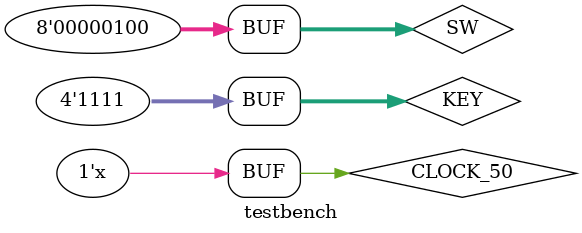
<source format=v>
`timescale 1ns / 1ps

module testbench ( );

	parameter CLOCK_PERIOD = 20;

    reg CLOCK_50;	
	reg [7:0] SW;
	reg [3:0] KEY;
    wire [6:0] HEX3, HEX2, HEX1, HEX0;
	wire [7:0] VGA_R;
	wire [7:0] VGA_G;
	wire [7:0] VGA_B;
	wire VGA_HS;
	wire VGA_VS;
	wire VGA_BLANK_N;
	wire VGA_SYNC_N;
	wire VGA_CLK;	

	initial begin
        CLOCK_50 <= 1'b0;
	end // initial
	always @ (*)
	begin : Clock_Generator
		#((CLOCK_PERIOD) / 2) CLOCK_50 <= ~CLOCK_50;
	end
	
	initial begin
        KEY <= 4'b0;
        #20 KEY[0] <= 1'b1; // reset
	end // initial

	initial begin
        KEY[1] <= 1'b1; KEY[2] <= 1'b1; KEY[3] <= 1'b1; SW <= 8'b100;
        #20 KEY[1] <= 1'b0; // press
        #20 KEY[1] <= 1'b1;
        #20 KEY[2] <= 1'b0;
        #20 KEY[2] <= 1'b1;
        #20 KEY[3] <= 1'b0;
        #20 KEY[3] <= 1'b1; // plot red pixl at (4,4)
	end // initial

	vga_demo U1 (CLOCK_50, SW, KEY, VGA_R, VGA_G, VGA_B,
				VGA_HS, VGA_VS, VGA_BLANK_N, VGA_SYNC_N, VGA_CLK);

endmodule

</source>
